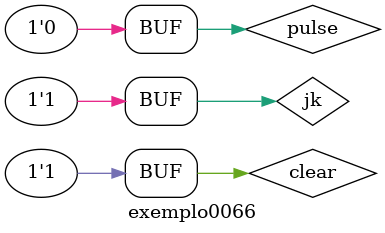
<source format=v>

`include "flip_flop_jk_ass.v"

module cont_deca_ass_cre(output [5:0]saida, input pulse, input jk, input clear);

wire qnotJK1, qnotJK2, qnotJK3, qnotJK4, qnotJK5, qnotJK6, // Saídas dos flip flops em Q'
     s0_n, s2_n, s4_n, s5_n, // Saídas das portas not
     d0, d1; // Saídas das duas portas nand

reg preset = 0;

// Determina o clear
not not1(s0_n, saida[0]);
not not2(s2_n, saida[2]);
not not3(s4_n, saida[4]);
not not4(s5_n, saida[5]);
nand nand1(d0, s0_n, saida[1], s2_n, saida[3], s4_n, s5_n);
nand nand2(d1, clear, d0);

// Chamada dos flip - flops
flip_flop_jk_ass ffjk1(saida[0], qnotJK1, jk, jk, pulse, d1, preset);
flip_flop_jk_ass ffjk2(saida[1], qnotJK2, jk, jk, qnotJK1, d1, preset);
flip_flop_jk_ass ffjk3(saida[2], qnotJK3, jk, jk, qnotJK2, d1, preset);
flip_flop_jk_ass ffjk4(saida[3], qnotJK4, jk, jk, qnotJK3, d1, preset);
flip_flop_jk_ass ffjk5(saida[4], qnotJK5, jk, jk, qnotJK4, d1, preset);
flip_flop_jk_ass ffjk6(saida[5], qnotJK6, jk, jk, qnotJK5, d1, preset);

endmodule //cont_ass_cre

// ----------------
// Exemplo0066
// ----------------
module exemplo0066;

// ---------------- Definir dados
 reg pulse, jk, clear;
 wire [5:0]saida;
 
// ---------------- Instância

cont_deca_ass_cre cac1(saida, pulse, jk, clear);


 // ---------------- Preparação
 initial begin: start
  pulse = 1'b0;
  jk = 1'b0;
  clear = 1'b1;
 end

// ----------------- Parte principal
 initial begin: main
  $display("Exemplo0066 - Josemar Alves Caetano - 448662.");
  $display("Teste Contador Decádico Assíncrono Crescente.\n");

  $monitor("Saida: %b",saida);

   #1 clear = 1; pulse = 1; jk = 1;
   #1 pulse = 0;
   #1 pulse = 1;
   #1 pulse = 0;
   #1 pulse = 1;
   #1 pulse = 0;
   #1 pulse = 1;
   #1 pulse = 0;
   #1 pulse = 1;
   #1 pulse = 0;
   #1 pulse = 1;
   #1 pulse = 0;
   #1 pulse = 1;
   #1 pulse = 0;
   #1 pulse = 1;
   #1 pulse = 0;
   #1 pulse = 1;
   #1 pulse = 0;
   #1 pulse = 1;
   #1 pulse = 0;
 
end

endmodule //exemplo0066



</source>
